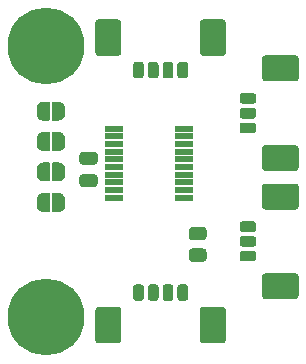
<source format=gbr>
%TF.GenerationSoftware,KiCad,Pcbnew,(5.1.6)-1*%
%TF.CreationDate,2020-12-06T01:58:00+01:00*%
%TF.ProjectId,HorticultureSensor,486f7274-6963-4756-9c74-75726553656e,1.0*%
%TF.SameCoordinates,Original*%
%TF.FileFunction,Soldermask,Top*%
%TF.FilePolarity,Negative*%
%FSLAX46Y46*%
G04 Gerber Fmt 4.6, Leading zero omitted, Abs format (unit mm)*
G04 Created by KiCad (PCBNEW (5.1.6)-1) date 2020-12-06 01:58:00*
%MOMM*%
%LPD*%
G01*
G04 APERTURE LIST*
%ADD10C,6.500000*%
%ADD11R,1.550000X0.550000*%
%ADD12C,0.100000*%
G04 APERTURE END LIST*
%TO.C,J3*%
G36*
G01*
X168904095Y-132682000D02*
X166327905Y-132682000D01*
G75*
G02*
X166066000Y-132420095I0J261905D01*
G01*
X166066000Y-130743905D01*
G75*
G02*
X166327905Y-130482000I261905J0D01*
G01*
X168904095Y-130482000D01*
G75*
G02*
X169166000Y-130743905I0J-261905D01*
G01*
X169166000Y-132420095D01*
G75*
G02*
X168904095Y-132682000I-261905J0D01*
G01*
G37*
G36*
G01*
X168904095Y-140282000D02*
X166327905Y-140282000D01*
G75*
G02*
X166066000Y-140020095I0J261905D01*
G01*
X166066000Y-138343905D01*
G75*
G02*
X166327905Y-138082000I261905J0D01*
G01*
X168904095Y-138082000D01*
G75*
G02*
X169166000Y-138343905I0J-261905D01*
G01*
X169166000Y-140020095D01*
G75*
G02*
X168904095Y-140282000I-261905J0D01*
G01*
G37*
G36*
G01*
X165341000Y-134582000D02*
X164391000Y-134582000D01*
G75*
G02*
X164166000Y-134357000I0J225000D01*
G01*
X164166000Y-133907000D01*
G75*
G02*
X164391000Y-133682000I225000J0D01*
G01*
X165341000Y-133682000D01*
G75*
G02*
X165566000Y-133907000I0J-225000D01*
G01*
X165566000Y-134357000D01*
G75*
G02*
X165341000Y-134582000I-225000J0D01*
G01*
G37*
G36*
G01*
X165341000Y-135832000D02*
X164391000Y-135832000D01*
G75*
G02*
X164166000Y-135607000I0J225000D01*
G01*
X164166000Y-135157000D01*
G75*
G02*
X164391000Y-134932000I225000J0D01*
G01*
X165341000Y-134932000D01*
G75*
G02*
X165566000Y-135157000I0J-225000D01*
G01*
X165566000Y-135607000D01*
G75*
G02*
X165341000Y-135832000I-225000J0D01*
G01*
G37*
G36*
G01*
X165341000Y-137082000D02*
X164391000Y-137082000D01*
G75*
G02*
X164166000Y-136857000I0J225000D01*
G01*
X164166000Y-136407000D01*
G75*
G02*
X164391000Y-136182000I225000J0D01*
G01*
X165341000Y-136182000D01*
G75*
G02*
X165566000Y-136407000I0J-225000D01*
G01*
X165566000Y-136857000D01*
G75*
G02*
X165341000Y-137082000I-225000J0D01*
G01*
G37*
%TD*%
%TO.C,J4*%
G36*
G01*
X160805000Y-143758095D02*
X160805000Y-141181905D01*
G75*
G02*
X161066905Y-140920000I261905J0D01*
G01*
X162743095Y-140920000D01*
G75*
G02*
X163005000Y-141181905I0J-261905D01*
G01*
X163005000Y-143758095D01*
G75*
G02*
X162743095Y-144020000I-261905J0D01*
G01*
X161066905Y-144020000D01*
G75*
G02*
X160805000Y-143758095I0J261905D01*
G01*
G37*
G36*
G01*
X151955000Y-143758095D02*
X151955000Y-141181905D01*
G75*
G02*
X152216905Y-140920000I261905J0D01*
G01*
X153893095Y-140920000D01*
G75*
G02*
X154155000Y-141181905I0J-261905D01*
G01*
X154155000Y-143758095D01*
G75*
G02*
X153893095Y-144020000I-261905J0D01*
G01*
X152216905Y-144020000D01*
G75*
G02*
X151955000Y-143758095I0J261905D01*
G01*
G37*
G36*
G01*
X158905000Y-140195000D02*
X158905000Y-139245000D01*
G75*
G02*
X159130000Y-139020000I225000J0D01*
G01*
X159580000Y-139020000D01*
G75*
G02*
X159805000Y-139245000I0J-225000D01*
G01*
X159805000Y-140195000D01*
G75*
G02*
X159580000Y-140420000I-225000J0D01*
G01*
X159130000Y-140420000D01*
G75*
G02*
X158905000Y-140195000I0J225000D01*
G01*
G37*
G36*
G01*
X157655000Y-140195000D02*
X157655000Y-139245000D01*
G75*
G02*
X157880000Y-139020000I225000J0D01*
G01*
X158330000Y-139020000D01*
G75*
G02*
X158555000Y-139245000I0J-225000D01*
G01*
X158555000Y-140195000D01*
G75*
G02*
X158330000Y-140420000I-225000J0D01*
G01*
X157880000Y-140420000D01*
G75*
G02*
X157655000Y-140195000I0J225000D01*
G01*
G37*
G36*
G01*
X156405000Y-140195000D02*
X156405000Y-139245000D01*
G75*
G02*
X156630000Y-139020000I225000J0D01*
G01*
X157080000Y-139020000D01*
G75*
G02*
X157305000Y-139245000I0J-225000D01*
G01*
X157305000Y-140195000D01*
G75*
G02*
X157080000Y-140420000I-225000J0D01*
G01*
X156630000Y-140420000D01*
G75*
G02*
X156405000Y-140195000I0J225000D01*
G01*
G37*
G36*
G01*
X155155000Y-140195000D02*
X155155000Y-139245000D01*
G75*
G02*
X155380000Y-139020000I225000J0D01*
G01*
X155830000Y-139020000D01*
G75*
G02*
X156055000Y-139245000I0J-225000D01*
G01*
X156055000Y-140195000D01*
G75*
G02*
X155830000Y-140420000I-225000J0D01*
G01*
X155380000Y-140420000D01*
G75*
G02*
X155155000Y-140195000I0J225000D01*
G01*
G37*
%TD*%
%TO.C,J1*%
G36*
G01*
X154155000Y-116845905D02*
X154155000Y-119422095D01*
G75*
G02*
X153893095Y-119684000I-261905J0D01*
G01*
X152216905Y-119684000D01*
G75*
G02*
X151955000Y-119422095I0J261905D01*
G01*
X151955000Y-116845905D01*
G75*
G02*
X152216905Y-116584000I261905J0D01*
G01*
X153893095Y-116584000D01*
G75*
G02*
X154155000Y-116845905I0J-261905D01*
G01*
G37*
G36*
G01*
X163005000Y-116845905D02*
X163005000Y-119422095D01*
G75*
G02*
X162743095Y-119684000I-261905J0D01*
G01*
X161066905Y-119684000D01*
G75*
G02*
X160805000Y-119422095I0J261905D01*
G01*
X160805000Y-116845905D01*
G75*
G02*
X161066905Y-116584000I261905J0D01*
G01*
X162743095Y-116584000D01*
G75*
G02*
X163005000Y-116845905I0J-261905D01*
G01*
G37*
G36*
G01*
X156055000Y-120409000D02*
X156055000Y-121359000D01*
G75*
G02*
X155830000Y-121584000I-225000J0D01*
G01*
X155380000Y-121584000D01*
G75*
G02*
X155155000Y-121359000I0J225000D01*
G01*
X155155000Y-120409000D01*
G75*
G02*
X155380000Y-120184000I225000J0D01*
G01*
X155830000Y-120184000D01*
G75*
G02*
X156055000Y-120409000I0J-225000D01*
G01*
G37*
G36*
G01*
X157305000Y-120409000D02*
X157305000Y-121359000D01*
G75*
G02*
X157080000Y-121584000I-225000J0D01*
G01*
X156630000Y-121584000D01*
G75*
G02*
X156405000Y-121359000I0J225000D01*
G01*
X156405000Y-120409000D01*
G75*
G02*
X156630000Y-120184000I225000J0D01*
G01*
X157080000Y-120184000D01*
G75*
G02*
X157305000Y-120409000I0J-225000D01*
G01*
G37*
G36*
G01*
X158555000Y-120409000D02*
X158555000Y-121359000D01*
G75*
G02*
X158330000Y-121584000I-225000J0D01*
G01*
X157880000Y-121584000D01*
G75*
G02*
X157655000Y-121359000I0J225000D01*
G01*
X157655000Y-120409000D01*
G75*
G02*
X157880000Y-120184000I225000J0D01*
G01*
X158330000Y-120184000D01*
G75*
G02*
X158555000Y-120409000I0J-225000D01*
G01*
G37*
G36*
G01*
X159805000Y-120409000D02*
X159805000Y-121359000D01*
G75*
G02*
X159580000Y-121584000I-225000J0D01*
G01*
X159130000Y-121584000D01*
G75*
G02*
X158905000Y-121359000I0J225000D01*
G01*
X158905000Y-120409000D01*
G75*
G02*
X159130000Y-120184000I225000J0D01*
G01*
X159580000Y-120184000D01*
G75*
G02*
X159805000Y-120409000I0J-225000D01*
G01*
G37*
%TD*%
%TO.C,R1*%
G36*
G01*
X161095611Y-135280000D02*
X160144389Y-135280000D01*
G75*
G02*
X159870000Y-135005611I0J274389D01*
G01*
X159870000Y-134429389D01*
G75*
G02*
X160144389Y-134155000I274389J0D01*
G01*
X161095611Y-134155000D01*
G75*
G02*
X161370000Y-134429389I0J-274389D01*
G01*
X161370000Y-135005611D01*
G75*
G02*
X161095611Y-135280000I-274389J0D01*
G01*
G37*
G36*
G01*
X161095611Y-137105000D02*
X160144389Y-137105000D01*
G75*
G02*
X159870000Y-136830611I0J274389D01*
G01*
X159870000Y-136254389D01*
G75*
G02*
X160144389Y-135980000I274389J0D01*
G01*
X161095611Y-135980000D01*
G75*
G02*
X161370000Y-136254389I0J-274389D01*
G01*
X161370000Y-136830611D01*
G75*
G02*
X161095611Y-137105000I-274389J0D01*
G01*
G37*
%TD*%
%TO.C,C1*%
G36*
G01*
X151884000Y-128886000D02*
X150884000Y-128886000D01*
G75*
G02*
X150609000Y-128611000I0J275000D01*
G01*
X150609000Y-128061000D01*
G75*
G02*
X150884000Y-127786000I275000J0D01*
G01*
X151884000Y-127786000D01*
G75*
G02*
X152159000Y-128061000I0J-275000D01*
G01*
X152159000Y-128611000D01*
G75*
G02*
X151884000Y-128886000I-275000J0D01*
G01*
G37*
G36*
G01*
X151884000Y-130786000D02*
X150884000Y-130786000D01*
G75*
G02*
X150609000Y-130511000I0J275000D01*
G01*
X150609000Y-129961000D01*
G75*
G02*
X150884000Y-129686000I275000J0D01*
G01*
X151884000Y-129686000D01*
G75*
G02*
X152159000Y-129961000I0J-275000D01*
G01*
X152159000Y-130511000D01*
G75*
G02*
X151884000Y-130786000I-275000J0D01*
G01*
G37*
%TD*%
%TO.C,J5*%
G36*
G01*
X168904095Y-121830000D02*
X166327905Y-121830000D01*
G75*
G02*
X166066000Y-121568095I0J261905D01*
G01*
X166066000Y-119891905D01*
G75*
G02*
X166327905Y-119630000I261905J0D01*
G01*
X168904095Y-119630000D01*
G75*
G02*
X169166000Y-119891905I0J-261905D01*
G01*
X169166000Y-121568095D01*
G75*
G02*
X168904095Y-121830000I-261905J0D01*
G01*
G37*
G36*
G01*
X168904095Y-129430000D02*
X166327905Y-129430000D01*
G75*
G02*
X166066000Y-129168095I0J261905D01*
G01*
X166066000Y-127491905D01*
G75*
G02*
X166327905Y-127230000I261905J0D01*
G01*
X168904095Y-127230000D01*
G75*
G02*
X169166000Y-127491905I0J-261905D01*
G01*
X169166000Y-129168095D01*
G75*
G02*
X168904095Y-129430000I-261905J0D01*
G01*
G37*
G36*
G01*
X165341000Y-123730000D02*
X164391000Y-123730000D01*
G75*
G02*
X164166000Y-123505000I0J225000D01*
G01*
X164166000Y-123055000D01*
G75*
G02*
X164391000Y-122830000I225000J0D01*
G01*
X165341000Y-122830000D01*
G75*
G02*
X165566000Y-123055000I0J-225000D01*
G01*
X165566000Y-123505000D01*
G75*
G02*
X165341000Y-123730000I-225000J0D01*
G01*
G37*
G36*
G01*
X165341000Y-124980000D02*
X164391000Y-124980000D01*
G75*
G02*
X164166000Y-124755000I0J225000D01*
G01*
X164166000Y-124305000D01*
G75*
G02*
X164391000Y-124080000I225000J0D01*
G01*
X165341000Y-124080000D01*
G75*
G02*
X165566000Y-124305000I0J-225000D01*
G01*
X165566000Y-124755000D01*
G75*
G02*
X165341000Y-124980000I-225000J0D01*
G01*
G37*
G36*
G01*
X165341000Y-126230000D02*
X164391000Y-126230000D01*
G75*
G02*
X164166000Y-126005000I0J225000D01*
G01*
X164166000Y-125555000D01*
G75*
G02*
X164391000Y-125330000I225000J0D01*
G01*
X165341000Y-125330000D01*
G75*
G02*
X165566000Y-125555000I0J-225000D01*
G01*
X165566000Y-126005000D01*
G75*
G02*
X165341000Y-126230000I-225000J0D01*
G01*
G37*
%TD*%
D10*
%TO.C,H2*%
X147750000Y-141775000D03*
%TD*%
%TO.C,H1*%
X147750000Y-118872000D03*
%TD*%
D11*
%TO.C,U1*%
X153525000Y-131675000D03*
X153525000Y-131025000D03*
X153525000Y-130375000D03*
X153525000Y-129725000D03*
X153525000Y-129075000D03*
X153525000Y-128425000D03*
X153525000Y-127775000D03*
X153525000Y-127125000D03*
X153525000Y-126475000D03*
X153525000Y-125825000D03*
X159425000Y-125825000D03*
X159425000Y-126475000D03*
X159425000Y-127125000D03*
X159425000Y-127775000D03*
X159425000Y-128425000D03*
X159425000Y-129075000D03*
X159425000Y-129725000D03*
X159425000Y-130375000D03*
X159425000Y-131025000D03*
X159425000Y-131675000D03*
%TD*%
D12*
%TO.C,JP5*%
G36*
X147542529Y-132874398D02*
G01*
X147524106Y-132874398D01*
X147519205Y-132874157D01*
X147470374Y-132869347D01*
X147465521Y-132868627D01*
X147417396Y-132859055D01*
X147412635Y-132857863D01*
X147365680Y-132843619D01*
X147361061Y-132841966D01*
X147315728Y-132823189D01*
X147311291Y-132821091D01*
X147268018Y-132797960D01*
X147263811Y-132795438D01*
X147223012Y-132768178D01*
X147219070Y-132765254D01*
X147181141Y-132734126D01*
X147177506Y-132730831D01*
X147142809Y-132696134D01*
X147139514Y-132692499D01*
X147108386Y-132654570D01*
X147105462Y-132650628D01*
X147078202Y-132609829D01*
X147075680Y-132605622D01*
X147052549Y-132562349D01*
X147050451Y-132557912D01*
X147031674Y-132512579D01*
X147030021Y-132507960D01*
X147015777Y-132461005D01*
X147014585Y-132456244D01*
X147005013Y-132408119D01*
X147004293Y-132403266D01*
X146999483Y-132354435D01*
X146999242Y-132349534D01*
X146999242Y-132331111D01*
X146998640Y-132325000D01*
X146998640Y-131825000D01*
X146999242Y-131818889D01*
X146999242Y-131800466D01*
X146999483Y-131795565D01*
X147004293Y-131746734D01*
X147005013Y-131741881D01*
X147014585Y-131693756D01*
X147015777Y-131688995D01*
X147030021Y-131642040D01*
X147031674Y-131637421D01*
X147050451Y-131592088D01*
X147052549Y-131587651D01*
X147075680Y-131544378D01*
X147078202Y-131540171D01*
X147105462Y-131499372D01*
X147108386Y-131495430D01*
X147139514Y-131457501D01*
X147142809Y-131453866D01*
X147177506Y-131419169D01*
X147181141Y-131415874D01*
X147219070Y-131384746D01*
X147223012Y-131381822D01*
X147263811Y-131354562D01*
X147268018Y-131352040D01*
X147311291Y-131328909D01*
X147315728Y-131326811D01*
X147361061Y-131308034D01*
X147365680Y-131306381D01*
X147412635Y-131292137D01*
X147417396Y-131290945D01*
X147465521Y-131281373D01*
X147470374Y-131280653D01*
X147519205Y-131275843D01*
X147524106Y-131275602D01*
X147542529Y-131275602D01*
X147548640Y-131275000D01*
X148048640Y-131275000D01*
X148058395Y-131275961D01*
X148067774Y-131278806D01*
X148076419Y-131283427D01*
X148083995Y-131289645D01*
X148090213Y-131297221D01*
X148094834Y-131305866D01*
X148097679Y-131315245D01*
X148098640Y-131325000D01*
X148098640Y-132825000D01*
X148097679Y-132834755D01*
X148094834Y-132844134D01*
X148090213Y-132852779D01*
X148083995Y-132860355D01*
X148076419Y-132866573D01*
X148067774Y-132871194D01*
X148058395Y-132874039D01*
X148048640Y-132875000D01*
X147548640Y-132875000D01*
X147542529Y-132874398D01*
G37*
G36*
X148338885Y-132874039D02*
G01*
X148329506Y-132871194D01*
X148320861Y-132866573D01*
X148313285Y-132860355D01*
X148307067Y-132852779D01*
X148302446Y-132844134D01*
X148299601Y-132834755D01*
X148298640Y-132825000D01*
X148298640Y-131325000D01*
X148299601Y-131315245D01*
X148302446Y-131305866D01*
X148307067Y-131297221D01*
X148313285Y-131289645D01*
X148320861Y-131283427D01*
X148329506Y-131278806D01*
X148338885Y-131275961D01*
X148348640Y-131275000D01*
X148848640Y-131275000D01*
X148854751Y-131275602D01*
X148873174Y-131275602D01*
X148878075Y-131275843D01*
X148926906Y-131280653D01*
X148931759Y-131281373D01*
X148979884Y-131290945D01*
X148984645Y-131292137D01*
X149031600Y-131306381D01*
X149036219Y-131308034D01*
X149081552Y-131326811D01*
X149085989Y-131328909D01*
X149129262Y-131352040D01*
X149133469Y-131354562D01*
X149174268Y-131381822D01*
X149178210Y-131384746D01*
X149216139Y-131415874D01*
X149219774Y-131419169D01*
X149254471Y-131453866D01*
X149257766Y-131457501D01*
X149288894Y-131495430D01*
X149291818Y-131499372D01*
X149319078Y-131540171D01*
X149321600Y-131544378D01*
X149344731Y-131587651D01*
X149346829Y-131592088D01*
X149365606Y-131637421D01*
X149367259Y-131642040D01*
X149381503Y-131688995D01*
X149382695Y-131693756D01*
X149392267Y-131741881D01*
X149392987Y-131746734D01*
X149397797Y-131795565D01*
X149398038Y-131800466D01*
X149398038Y-131818889D01*
X149398640Y-131825000D01*
X149398640Y-132325000D01*
X149398038Y-132331111D01*
X149398038Y-132349534D01*
X149397797Y-132354435D01*
X149392987Y-132403266D01*
X149392267Y-132408119D01*
X149382695Y-132456244D01*
X149381503Y-132461005D01*
X149367259Y-132507960D01*
X149365606Y-132512579D01*
X149346829Y-132557912D01*
X149344731Y-132562349D01*
X149321600Y-132605622D01*
X149319078Y-132609829D01*
X149291818Y-132650628D01*
X149288894Y-132654570D01*
X149257766Y-132692499D01*
X149254471Y-132696134D01*
X149219774Y-132730831D01*
X149216139Y-132734126D01*
X149178210Y-132765254D01*
X149174268Y-132768178D01*
X149133469Y-132795438D01*
X149129262Y-132797960D01*
X149085989Y-132821091D01*
X149081552Y-132823189D01*
X149036219Y-132841966D01*
X149031600Y-132843619D01*
X148984645Y-132857863D01*
X148979884Y-132859055D01*
X148931759Y-132868627D01*
X148926906Y-132869347D01*
X148878075Y-132874157D01*
X148873174Y-132874398D01*
X148854751Y-132874398D01*
X148848640Y-132875000D01*
X148348640Y-132875000D01*
X148338885Y-132874039D01*
G37*
%TD*%
%TO.C,JP4*%
G36*
X147542529Y-130299398D02*
G01*
X147524106Y-130299398D01*
X147519205Y-130299157D01*
X147470374Y-130294347D01*
X147465521Y-130293627D01*
X147417396Y-130284055D01*
X147412635Y-130282863D01*
X147365680Y-130268619D01*
X147361061Y-130266966D01*
X147315728Y-130248189D01*
X147311291Y-130246091D01*
X147268018Y-130222960D01*
X147263811Y-130220438D01*
X147223012Y-130193178D01*
X147219070Y-130190254D01*
X147181141Y-130159126D01*
X147177506Y-130155831D01*
X147142809Y-130121134D01*
X147139514Y-130117499D01*
X147108386Y-130079570D01*
X147105462Y-130075628D01*
X147078202Y-130034829D01*
X147075680Y-130030622D01*
X147052549Y-129987349D01*
X147050451Y-129982912D01*
X147031674Y-129937579D01*
X147030021Y-129932960D01*
X147015777Y-129886005D01*
X147014585Y-129881244D01*
X147005013Y-129833119D01*
X147004293Y-129828266D01*
X146999483Y-129779435D01*
X146999242Y-129774534D01*
X146999242Y-129756111D01*
X146998640Y-129750000D01*
X146998640Y-129250000D01*
X146999242Y-129243889D01*
X146999242Y-129225466D01*
X146999483Y-129220565D01*
X147004293Y-129171734D01*
X147005013Y-129166881D01*
X147014585Y-129118756D01*
X147015777Y-129113995D01*
X147030021Y-129067040D01*
X147031674Y-129062421D01*
X147050451Y-129017088D01*
X147052549Y-129012651D01*
X147075680Y-128969378D01*
X147078202Y-128965171D01*
X147105462Y-128924372D01*
X147108386Y-128920430D01*
X147139514Y-128882501D01*
X147142809Y-128878866D01*
X147177506Y-128844169D01*
X147181141Y-128840874D01*
X147219070Y-128809746D01*
X147223012Y-128806822D01*
X147263811Y-128779562D01*
X147268018Y-128777040D01*
X147311291Y-128753909D01*
X147315728Y-128751811D01*
X147361061Y-128733034D01*
X147365680Y-128731381D01*
X147412635Y-128717137D01*
X147417396Y-128715945D01*
X147465521Y-128706373D01*
X147470374Y-128705653D01*
X147519205Y-128700843D01*
X147524106Y-128700602D01*
X147542529Y-128700602D01*
X147548640Y-128700000D01*
X148048640Y-128700000D01*
X148058395Y-128700961D01*
X148067774Y-128703806D01*
X148076419Y-128708427D01*
X148083995Y-128714645D01*
X148090213Y-128722221D01*
X148094834Y-128730866D01*
X148097679Y-128740245D01*
X148098640Y-128750000D01*
X148098640Y-130250000D01*
X148097679Y-130259755D01*
X148094834Y-130269134D01*
X148090213Y-130277779D01*
X148083995Y-130285355D01*
X148076419Y-130291573D01*
X148067774Y-130296194D01*
X148058395Y-130299039D01*
X148048640Y-130300000D01*
X147548640Y-130300000D01*
X147542529Y-130299398D01*
G37*
G36*
X148338885Y-130299039D02*
G01*
X148329506Y-130296194D01*
X148320861Y-130291573D01*
X148313285Y-130285355D01*
X148307067Y-130277779D01*
X148302446Y-130269134D01*
X148299601Y-130259755D01*
X148298640Y-130250000D01*
X148298640Y-128750000D01*
X148299601Y-128740245D01*
X148302446Y-128730866D01*
X148307067Y-128722221D01*
X148313285Y-128714645D01*
X148320861Y-128708427D01*
X148329506Y-128703806D01*
X148338885Y-128700961D01*
X148348640Y-128700000D01*
X148848640Y-128700000D01*
X148854751Y-128700602D01*
X148873174Y-128700602D01*
X148878075Y-128700843D01*
X148926906Y-128705653D01*
X148931759Y-128706373D01*
X148979884Y-128715945D01*
X148984645Y-128717137D01*
X149031600Y-128731381D01*
X149036219Y-128733034D01*
X149081552Y-128751811D01*
X149085989Y-128753909D01*
X149129262Y-128777040D01*
X149133469Y-128779562D01*
X149174268Y-128806822D01*
X149178210Y-128809746D01*
X149216139Y-128840874D01*
X149219774Y-128844169D01*
X149254471Y-128878866D01*
X149257766Y-128882501D01*
X149288894Y-128920430D01*
X149291818Y-128924372D01*
X149319078Y-128965171D01*
X149321600Y-128969378D01*
X149344731Y-129012651D01*
X149346829Y-129017088D01*
X149365606Y-129062421D01*
X149367259Y-129067040D01*
X149381503Y-129113995D01*
X149382695Y-129118756D01*
X149392267Y-129166881D01*
X149392987Y-129171734D01*
X149397797Y-129220565D01*
X149398038Y-129225466D01*
X149398038Y-129243889D01*
X149398640Y-129250000D01*
X149398640Y-129750000D01*
X149398038Y-129756111D01*
X149398038Y-129774534D01*
X149397797Y-129779435D01*
X149392987Y-129828266D01*
X149392267Y-129833119D01*
X149382695Y-129881244D01*
X149381503Y-129886005D01*
X149367259Y-129932960D01*
X149365606Y-129937579D01*
X149346829Y-129982912D01*
X149344731Y-129987349D01*
X149321600Y-130030622D01*
X149319078Y-130034829D01*
X149291818Y-130075628D01*
X149288894Y-130079570D01*
X149257766Y-130117499D01*
X149254471Y-130121134D01*
X149219774Y-130155831D01*
X149216139Y-130159126D01*
X149178210Y-130190254D01*
X149174268Y-130193178D01*
X149133469Y-130220438D01*
X149129262Y-130222960D01*
X149085989Y-130246091D01*
X149081552Y-130248189D01*
X149036219Y-130266966D01*
X149031600Y-130268619D01*
X148984645Y-130282863D01*
X148979884Y-130284055D01*
X148931759Y-130293627D01*
X148926906Y-130294347D01*
X148878075Y-130299157D01*
X148873174Y-130299398D01*
X148854751Y-130299398D01*
X148848640Y-130300000D01*
X148348640Y-130300000D01*
X148338885Y-130299039D01*
G37*
%TD*%
%TO.C,JP3*%
G36*
X147542529Y-127724398D02*
G01*
X147524106Y-127724398D01*
X147519205Y-127724157D01*
X147470374Y-127719347D01*
X147465521Y-127718627D01*
X147417396Y-127709055D01*
X147412635Y-127707863D01*
X147365680Y-127693619D01*
X147361061Y-127691966D01*
X147315728Y-127673189D01*
X147311291Y-127671091D01*
X147268018Y-127647960D01*
X147263811Y-127645438D01*
X147223012Y-127618178D01*
X147219070Y-127615254D01*
X147181141Y-127584126D01*
X147177506Y-127580831D01*
X147142809Y-127546134D01*
X147139514Y-127542499D01*
X147108386Y-127504570D01*
X147105462Y-127500628D01*
X147078202Y-127459829D01*
X147075680Y-127455622D01*
X147052549Y-127412349D01*
X147050451Y-127407912D01*
X147031674Y-127362579D01*
X147030021Y-127357960D01*
X147015777Y-127311005D01*
X147014585Y-127306244D01*
X147005013Y-127258119D01*
X147004293Y-127253266D01*
X146999483Y-127204435D01*
X146999242Y-127199534D01*
X146999242Y-127181111D01*
X146998640Y-127175000D01*
X146998640Y-126675000D01*
X146999242Y-126668889D01*
X146999242Y-126650466D01*
X146999483Y-126645565D01*
X147004293Y-126596734D01*
X147005013Y-126591881D01*
X147014585Y-126543756D01*
X147015777Y-126538995D01*
X147030021Y-126492040D01*
X147031674Y-126487421D01*
X147050451Y-126442088D01*
X147052549Y-126437651D01*
X147075680Y-126394378D01*
X147078202Y-126390171D01*
X147105462Y-126349372D01*
X147108386Y-126345430D01*
X147139514Y-126307501D01*
X147142809Y-126303866D01*
X147177506Y-126269169D01*
X147181141Y-126265874D01*
X147219070Y-126234746D01*
X147223012Y-126231822D01*
X147263811Y-126204562D01*
X147268018Y-126202040D01*
X147311291Y-126178909D01*
X147315728Y-126176811D01*
X147361061Y-126158034D01*
X147365680Y-126156381D01*
X147412635Y-126142137D01*
X147417396Y-126140945D01*
X147465521Y-126131373D01*
X147470374Y-126130653D01*
X147519205Y-126125843D01*
X147524106Y-126125602D01*
X147542529Y-126125602D01*
X147548640Y-126125000D01*
X148048640Y-126125000D01*
X148058395Y-126125961D01*
X148067774Y-126128806D01*
X148076419Y-126133427D01*
X148083995Y-126139645D01*
X148090213Y-126147221D01*
X148094834Y-126155866D01*
X148097679Y-126165245D01*
X148098640Y-126175000D01*
X148098640Y-127675000D01*
X148097679Y-127684755D01*
X148094834Y-127694134D01*
X148090213Y-127702779D01*
X148083995Y-127710355D01*
X148076419Y-127716573D01*
X148067774Y-127721194D01*
X148058395Y-127724039D01*
X148048640Y-127725000D01*
X147548640Y-127725000D01*
X147542529Y-127724398D01*
G37*
G36*
X148338885Y-127724039D02*
G01*
X148329506Y-127721194D01*
X148320861Y-127716573D01*
X148313285Y-127710355D01*
X148307067Y-127702779D01*
X148302446Y-127694134D01*
X148299601Y-127684755D01*
X148298640Y-127675000D01*
X148298640Y-126175000D01*
X148299601Y-126165245D01*
X148302446Y-126155866D01*
X148307067Y-126147221D01*
X148313285Y-126139645D01*
X148320861Y-126133427D01*
X148329506Y-126128806D01*
X148338885Y-126125961D01*
X148348640Y-126125000D01*
X148848640Y-126125000D01*
X148854751Y-126125602D01*
X148873174Y-126125602D01*
X148878075Y-126125843D01*
X148926906Y-126130653D01*
X148931759Y-126131373D01*
X148979884Y-126140945D01*
X148984645Y-126142137D01*
X149031600Y-126156381D01*
X149036219Y-126158034D01*
X149081552Y-126176811D01*
X149085989Y-126178909D01*
X149129262Y-126202040D01*
X149133469Y-126204562D01*
X149174268Y-126231822D01*
X149178210Y-126234746D01*
X149216139Y-126265874D01*
X149219774Y-126269169D01*
X149254471Y-126303866D01*
X149257766Y-126307501D01*
X149288894Y-126345430D01*
X149291818Y-126349372D01*
X149319078Y-126390171D01*
X149321600Y-126394378D01*
X149344731Y-126437651D01*
X149346829Y-126442088D01*
X149365606Y-126487421D01*
X149367259Y-126492040D01*
X149381503Y-126538995D01*
X149382695Y-126543756D01*
X149392267Y-126591881D01*
X149392987Y-126596734D01*
X149397797Y-126645565D01*
X149398038Y-126650466D01*
X149398038Y-126668889D01*
X149398640Y-126675000D01*
X149398640Y-127175000D01*
X149398038Y-127181111D01*
X149398038Y-127199534D01*
X149397797Y-127204435D01*
X149392987Y-127253266D01*
X149392267Y-127258119D01*
X149382695Y-127306244D01*
X149381503Y-127311005D01*
X149367259Y-127357960D01*
X149365606Y-127362579D01*
X149346829Y-127407912D01*
X149344731Y-127412349D01*
X149321600Y-127455622D01*
X149319078Y-127459829D01*
X149291818Y-127500628D01*
X149288894Y-127504570D01*
X149257766Y-127542499D01*
X149254471Y-127546134D01*
X149219774Y-127580831D01*
X149216139Y-127584126D01*
X149178210Y-127615254D01*
X149174268Y-127618178D01*
X149133469Y-127645438D01*
X149129262Y-127647960D01*
X149085989Y-127671091D01*
X149081552Y-127673189D01*
X149036219Y-127691966D01*
X149031600Y-127693619D01*
X148984645Y-127707863D01*
X148979884Y-127709055D01*
X148931759Y-127718627D01*
X148926906Y-127719347D01*
X148878075Y-127724157D01*
X148873174Y-127724398D01*
X148854751Y-127724398D01*
X148848640Y-127725000D01*
X148348640Y-127725000D01*
X148338885Y-127724039D01*
G37*
%TD*%
%TO.C,JP2*%
G36*
X147529829Y-125149398D02*
G01*
X147511406Y-125149398D01*
X147506505Y-125149157D01*
X147457674Y-125144347D01*
X147452821Y-125143627D01*
X147404696Y-125134055D01*
X147399935Y-125132863D01*
X147352980Y-125118619D01*
X147348361Y-125116966D01*
X147303028Y-125098189D01*
X147298591Y-125096091D01*
X147255318Y-125072960D01*
X147251111Y-125070438D01*
X147210312Y-125043178D01*
X147206370Y-125040254D01*
X147168441Y-125009126D01*
X147164806Y-125005831D01*
X147130109Y-124971134D01*
X147126814Y-124967499D01*
X147095686Y-124929570D01*
X147092762Y-124925628D01*
X147065502Y-124884829D01*
X147062980Y-124880622D01*
X147039849Y-124837349D01*
X147037751Y-124832912D01*
X147018974Y-124787579D01*
X147017321Y-124782960D01*
X147003077Y-124736005D01*
X147001885Y-124731244D01*
X146992313Y-124683119D01*
X146991593Y-124678266D01*
X146986783Y-124629435D01*
X146986542Y-124624534D01*
X146986542Y-124606111D01*
X146985940Y-124600000D01*
X146985940Y-124100000D01*
X146986542Y-124093889D01*
X146986542Y-124075466D01*
X146986783Y-124070565D01*
X146991593Y-124021734D01*
X146992313Y-124016881D01*
X147001885Y-123968756D01*
X147003077Y-123963995D01*
X147017321Y-123917040D01*
X147018974Y-123912421D01*
X147037751Y-123867088D01*
X147039849Y-123862651D01*
X147062980Y-123819378D01*
X147065502Y-123815171D01*
X147092762Y-123774372D01*
X147095686Y-123770430D01*
X147126814Y-123732501D01*
X147130109Y-123728866D01*
X147164806Y-123694169D01*
X147168441Y-123690874D01*
X147206370Y-123659746D01*
X147210312Y-123656822D01*
X147251111Y-123629562D01*
X147255318Y-123627040D01*
X147298591Y-123603909D01*
X147303028Y-123601811D01*
X147348361Y-123583034D01*
X147352980Y-123581381D01*
X147399935Y-123567137D01*
X147404696Y-123565945D01*
X147452821Y-123556373D01*
X147457674Y-123555653D01*
X147506505Y-123550843D01*
X147511406Y-123550602D01*
X147529829Y-123550602D01*
X147535940Y-123550000D01*
X148035940Y-123550000D01*
X148045695Y-123550961D01*
X148055074Y-123553806D01*
X148063719Y-123558427D01*
X148071295Y-123564645D01*
X148077513Y-123572221D01*
X148082134Y-123580866D01*
X148084979Y-123590245D01*
X148085940Y-123600000D01*
X148085940Y-125100000D01*
X148084979Y-125109755D01*
X148082134Y-125119134D01*
X148077513Y-125127779D01*
X148071295Y-125135355D01*
X148063719Y-125141573D01*
X148055074Y-125146194D01*
X148045695Y-125149039D01*
X148035940Y-125150000D01*
X147535940Y-125150000D01*
X147529829Y-125149398D01*
G37*
G36*
X148326185Y-125149039D02*
G01*
X148316806Y-125146194D01*
X148308161Y-125141573D01*
X148300585Y-125135355D01*
X148294367Y-125127779D01*
X148289746Y-125119134D01*
X148286901Y-125109755D01*
X148285940Y-125100000D01*
X148285940Y-123600000D01*
X148286901Y-123590245D01*
X148289746Y-123580866D01*
X148294367Y-123572221D01*
X148300585Y-123564645D01*
X148308161Y-123558427D01*
X148316806Y-123553806D01*
X148326185Y-123550961D01*
X148335940Y-123550000D01*
X148835940Y-123550000D01*
X148842051Y-123550602D01*
X148860474Y-123550602D01*
X148865375Y-123550843D01*
X148914206Y-123555653D01*
X148919059Y-123556373D01*
X148967184Y-123565945D01*
X148971945Y-123567137D01*
X149018900Y-123581381D01*
X149023519Y-123583034D01*
X149068852Y-123601811D01*
X149073289Y-123603909D01*
X149116562Y-123627040D01*
X149120769Y-123629562D01*
X149161568Y-123656822D01*
X149165510Y-123659746D01*
X149203439Y-123690874D01*
X149207074Y-123694169D01*
X149241771Y-123728866D01*
X149245066Y-123732501D01*
X149276194Y-123770430D01*
X149279118Y-123774372D01*
X149306378Y-123815171D01*
X149308900Y-123819378D01*
X149332031Y-123862651D01*
X149334129Y-123867088D01*
X149352906Y-123912421D01*
X149354559Y-123917040D01*
X149368803Y-123963995D01*
X149369995Y-123968756D01*
X149379567Y-124016881D01*
X149380287Y-124021734D01*
X149385097Y-124070565D01*
X149385338Y-124075466D01*
X149385338Y-124093889D01*
X149385940Y-124100000D01*
X149385940Y-124600000D01*
X149385338Y-124606111D01*
X149385338Y-124624534D01*
X149385097Y-124629435D01*
X149380287Y-124678266D01*
X149379567Y-124683119D01*
X149369995Y-124731244D01*
X149368803Y-124736005D01*
X149354559Y-124782960D01*
X149352906Y-124787579D01*
X149334129Y-124832912D01*
X149332031Y-124837349D01*
X149308900Y-124880622D01*
X149306378Y-124884829D01*
X149279118Y-124925628D01*
X149276194Y-124929570D01*
X149245066Y-124967499D01*
X149241771Y-124971134D01*
X149207074Y-125005831D01*
X149203439Y-125009126D01*
X149165510Y-125040254D01*
X149161568Y-125043178D01*
X149120769Y-125070438D01*
X149116562Y-125072960D01*
X149073289Y-125096091D01*
X149068852Y-125098189D01*
X149023519Y-125116966D01*
X149018900Y-125118619D01*
X148971945Y-125132863D01*
X148967184Y-125134055D01*
X148919059Y-125143627D01*
X148914206Y-125144347D01*
X148865375Y-125149157D01*
X148860474Y-125149398D01*
X148842051Y-125149398D01*
X148835940Y-125150000D01*
X148335940Y-125150000D01*
X148326185Y-125149039D01*
G37*
%TD*%
M02*

</source>
